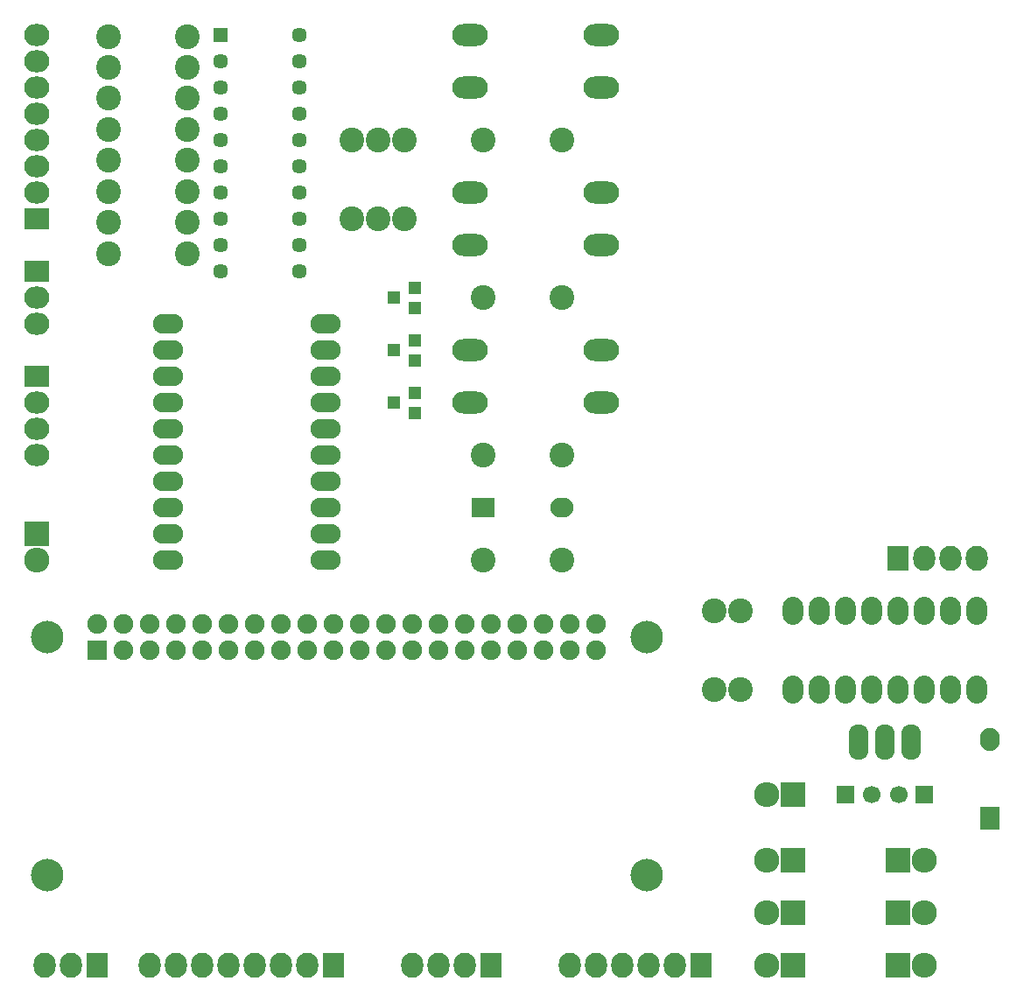
<source format=gts>
G04 #@! TF.FileFunction,Soldermask,Top*
%FSLAX46Y46*%
G04 Gerber Fmt 4.6, Leading zero omitted, Abs format (unit mm)*
G04 Created by KiCad (PCBNEW 4.0.2+dfsg1-stable) date 2019年09月16日 21時23分18秒*
%MOMM*%
G01*
G04 APERTURE LIST*
%ADD10C,0.100000*%
%ADD11R,1.908000X1.908000*%
%ADD12C,1.908000*%
%ADD13C,3.150000*%
%ADD14R,1.700000X1.700000*%
%ADD15C,1.700000*%
%ADD16R,2.432000X2.432000*%
%ADD17O,2.432000X2.432000*%
%ADD18R,2.127200X2.432000*%
%ADD19O,2.127200X2.432000*%
%ADD20R,2.432000X2.127200*%
%ADD21O,2.432000X2.127200*%
%ADD22R,1.200100X1.200100*%
%ADD23C,2.398980*%
%ADD24O,2.924000X1.924000*%
%ADD25R,2.224000X1.924000*%
%ADD26O,2.224000X1.924000*%
%ADD27O,3.448000X2.127200*%
%ADD28O,2.000000X2.700000*%
%ADD29R,1.450000X1.450000*%
%ADD30C,1.450000*%
%ADD31O,1.924000X3.448000*%
%ADD32R,1.924000X2.224000*%
%ADD33O,1.924000X2.224000*%
G04 APERTURE END LIST*
D10*
D11*
X35560000Y-136160000D03*
D12*
X35560000Y-133620000D03*
X38100000Y-136160000D03*
X38100000Y-133620000D03*
X40640000Y-136160000D03*
X40640000Y-133620000D03*
X43180000Y-136160000D03*
X43180000Y-133620000D03*
X45720000Y-136160000D03*
X45720000Y-133620000D03*
X48260000Y-136160000D03*
X48260000Y-133620000D03*
X50800000Y-136160000D03*
X50800000Y-133620000D03*
X53340000Y-136160000D03*
X53340000Y-133620000D03*
X55880000Y-136160000D03*
X55880000Y-133620000D03*
X58420000Y-136160000D03*
X58420000Y-133620000D03*
X60960000Y-136160000D03*
X60960000Y-133620000D03*
X63500000Y-136160000D03*
X63500000Y-133620000D03*
X66040000Y-136160000D03*
X66040000Y-133620000D03*
X68580000Y-136160000D03*
X68580000Y-133620000D03*
X71120000Y-136160000D03*
X71120000Y-133620000D03*
X73660000Y-136160000D03*
X73660000Y-133620000D03*
X76200000Y-136160000D03*
X76200000Y-133620000D03*
X78740000Y-136160000D03*
X78740000Y-133620000D03*
X81280000Y-136160000D03*
X81280000Y-133620000D03*
X83820000Y-136160000D03*
X83820000Y-133620000D03*
D13*
X30690000Y-157890000D03*
X30690000Y-134890000D03*
X88690000Y-157890000D03*
X88690000Y-134890000D03*
D14*
X115570000Y-150130000D03*
D15*
X113070000Y-150130000D03*
D14*
X107950000Y-150130000D03*
D15*
X110450000Y-150130000D03*
D16*
X113030000Y-161560000D03*
D17*
X115570000Y-161560000D03*
D16*
X113030000Y-166640000D03*
D17*
X115570000Y-166640000D03*
D16*
X113030000Y-156480000D03*
D17*
X115570000Y-156480000D03*
D16*
X102870000Y-150130000D03*
D17*
X100330000Y-150130000D03*
D16*
X102870000Y-156480000D03*
D17*
X100330000Y-156480000D03*
D16*
X102870000Y-161560000D03*
D17*
X100330000Y-161560000D03*
D16*
X102870000Y-166640000D03*
D17*
X100330000Y-166640000D03*
D18*
X113030000Y-127270000D03*
D19*
X115570000Y-127270000D03*
X118110000Y-127270000D03*
X120650000Y-127270000D03*
D18*
X93980000Y-166640000D03*
D19*
X91440000Y-166640000D03*
X88900000Y-166640000D03*
X86360000Y-166640000D03*
X83820000Y-166640000D03*
X81280000Y-166640000D03*
D18*
X58420000Y-166640000D03*
D19*
X55880000Y-166640000D03*
X53340000Y-166640000D03*
X50800000Y-166640000D03*
X48260000Y-166640000D03*
X45720000Y-166640000D03*
X43180000Y-166640000D03*
X40640000Y-166640000D03*
D18*
X73660000Y-166640000D03*
D19*
X71120000Y-166640000D03*
X68580000Y-166640000D03*
X66040000Y-166640000D03*
D18*
X35560000Y-166640000D03*
D19*
X33020000Y-166640000D03*
X30480000Y-166640000D03*
D16*
X29730000Y-124910000D03*
D17*
X29730000Y-127450000D03*
D20*
X29730000Y-99510000D03*
D21*
X29730000Y-102050000D03*
X29730000Y-104590000D03*
D20*
X29730000Y-94430000D03*
D21*
X29730000Y-91890000D03*
X29730000Y-89350000D03*
X29730000Y-86810000D03*
X29730000Y-84270000D03*
X29730000Y-81730000D03*
X29730000Y-79190000D03*
X29730000Y-76650000D03*
D20*
X29730000Y-109670000D03*
D21*
X29730000Y-112210000D03*
X29730000Y-114750000D03*
X29730000Y-117290000D03*
D22*
X66290760Y-113160000D03*
X66290760Y-111260000D03*
X64291780Y-112210000D03*
X66290760Y-108080000D03*
X66290760Y-106180000D03*
X64291780Y-107130000D03*
X66290760Y-103000000D03*
X66290760Y-101100000D03*
X64291780Y-102050000D03*
D23*
X97790000Y-139970000D03*
X97790000Y-132350000D03*
X95250000Y-132350000D03*
X95250000Y-139970000D03*
X44250000Y-76740000D03*
X36630000Y-76740000D03*
X44250000Y-79740000D03*
X36630000Y-79740000D03*
X44250000Y-82740000D03*
X36630000Y-82740000D03*
X44250000Y-85740000D03*
X36630000Y-85740000D03*
X44250000Y-88740000D03*
X36630000Y-88740000D03*
X60210000Y-94430000D03*
X60210000Y-86810000D03*
X44250000Y-91740000D03*
X36630000Y-91740000D03*
X44250000Y-94740000D03*
X36630000Y-94740000D03*
X44250000Y-97740000D03*
X36630000Y-97740000D03*
X62750000Y-94430000D03*
X62750000Y-86810000D03*
X80530000Y-127450000D03*
X72910000Y-127450000D03*
X80530000Y-117290000D03*
X72910000Y-117290000D03*
X80530000Y-102050000D03*
X72910000Y-102050000D03*
X80530000Y-86810000D03*
X72910000Y-86810000D03*
X65290000Y-94430000D03*
X65290000Y-86810000D03*
D24*
X57670000Y-127450000D03*
X57670000Y-124910000D03*
X57670000Y-122370000D03*
X57670000Y-119830000D03*
X57670000Y-117290000D03*
X42430000Y-117290000D03*
X42430000Y-119830000D03*
X42430000Y-122370000D03*
X42430000Y-124910000D03*
X42430000Y-127450000D03*
X57670000Y-114750000D03*
X57670000Y-112210000D03*
X57670000Y-109670000D03*
X57670000Y-107130000D03*
X57670000Y-104590000D03*
X42430000Y-104590000D03*
X42430000Y-107130000D03*
X42430000Y-109670000D03*
X42430000Y-112210000D03*
X42430000Y-114750000D03*
D25*
X72910000Y-122370000D03*
D26*
X80530000Y-122370000D03*
D27*
X71640000Y-112210000D03*
X71640000Y-107130000D03*
X84340000Y-112210000D03*
X84340000Y-107130000D03*
X71640000Y-96970000D03*
X71640000Y-91890000D03*
X84340000Y-96970000D03*
X84340000Y-91890000D03*
X71640000Y-81730000D03*
X71640000Y-76650000D03*
X84340000Y-81730000D03*
X84340000Y-76650000D03*
D28*
X120650000Y-132350000D03*
X118110000Y-132350000D03*
X115570000Y-132350000D03*
X113030000Y-132350000D03*
X110490000Y-132350000D03*
X107950000Y-132350000D03*
X105410000Y-132350000D03*
X102870000Y-132350000D03*
X102870000Y-139970000D03*
X105410000Y-139970000D03*
X107950000Y-139970000D03*
X110490000Y-139970000D03*
X113030000Y-139970000D03*
X115570000Y-139970000D03*
X118110000Y-139970000D03*
X120650000Y-139970000D03*
D29*
X47510000Y-76650000D03*
D30*
X47510000Y-79190000D03*
X47510000Y-81730000D03*
X47510000Y-84270000D03*
X47510000Y-86810000D03*
X47510000Y-89350000D03*
X47510000Y-91890000D03*
X47510000Y-94430000D03*
X47510000Y-96970000D03*
X47510000Y-99510000D03*
X55110000Y-99510000D03*
X55110000Y-96970000D03*
X55110000Y-94430000D03*
X55110000Y-91890000D03*
X55110000Y-89350000D03*
X55110000Y-86810000D03*
X55110000Y-84270000D03*
X55110000Y-81730000D03*
X55110000Y-79190000D03*
X55110000Y-76650000D03*
D31*
X114300000Y-145050000D03*
X111760000Y-145050000D03*
X109220000Y-145050000D03*
D32*
X121920000Y-152400000D03*
D33*
X121920000Y-144780000D03*
M02*

</source>
